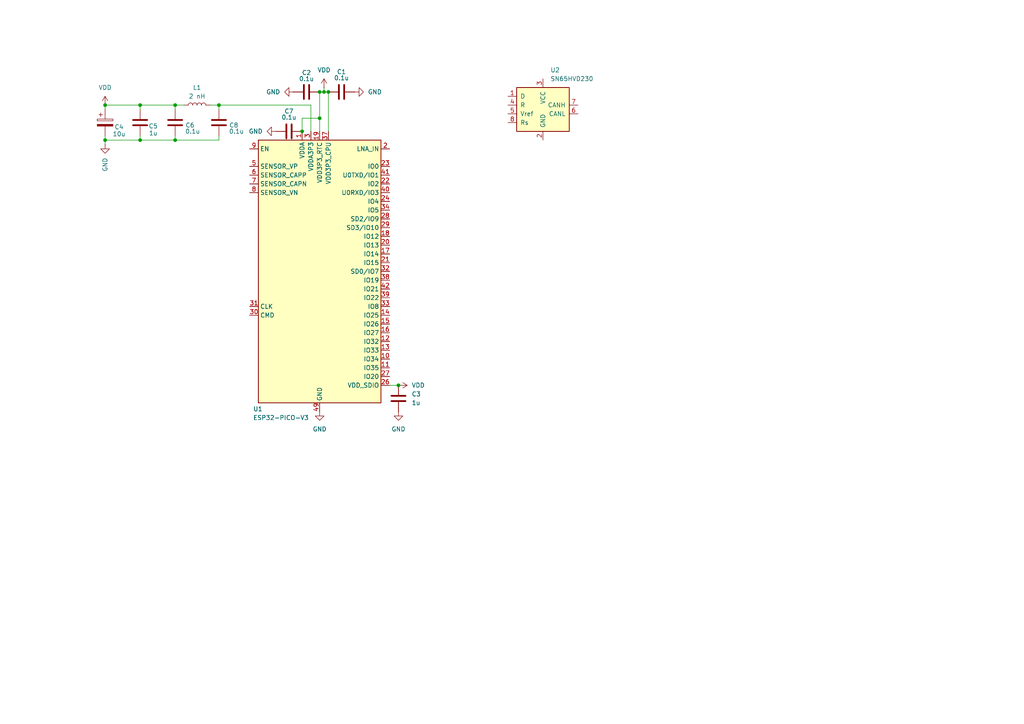
<source format=kicad_sch>
(kicad_sch (version 20250114) (generator "eeschema") (generator_version "9.0")
  (paper "A4")
  (lib_symbols
    (symbol "Device:C" (pin_numbers (hide yes)) (pin_names (offset 0.254))
      (property "Reference" "C" (at 0.635 2.54 0))
      (property "Value" "C" (at 0.635 -2.54 0))
      (symbol "C_0_1"
        (polyline (pts (xy -2.032 0.762) (xy 2.032 0.762)) (stroke (width 0.508)))
        (polyline (pts (xy -2.032 -0.762) (xy 2.032 -0.762)) (stroke (width 0.508)))
      )
      (symbol "C_1_1"
        (pin passive line (at 0 3.81 270) (length 2.794) (name "~") (number "1"))
        (pin passive line (at 0 -3.81 90) (length 2.794) (name "~") (number "2"))
      )
    )
    (symbol "Device:C_Polarized" (pin_numbers (hide yes)) (pin_names (offset 0.254))
      (property "Reference" "C" (at 0.635 2.54 0))
      (property "Value" "C_Polarized" (at 0.635 -2.54 0))
      (symbol "C_Polarized_0_1"
        (rectangle (start -2.286 0.508) (end 2.286 1.016))
        (polyline (pts (xy -1.778 2.286) (xy -0.762 2.286)))
        (polyline (pts (xy -1.27 2.794) (xy -1.27 1.778)))
        (rectangle (start 2.286 -0.508) (end -2.286 -1.016) (fill (type outline)))
      )
      (symbol "C_Polarized_1_1"
        (pin passive line (at 0 3.81 270) (length 2.794) (name "~") (number "1"))
        (pin passive line (at 0 -3.81 90) (length 2.794) (name "~") (number "2"))
      )
    )
    (symbol "Device:L" (pin_numbers (hide yes)) (pin_names (offset 1.016) (hide yes))
      (property "Reference" "L" (at -1.27 0 90))
      (property "Value" "L" (at 1.905 0 90))
      (symbol "L_0_1"
        (arc (start 0 2.54) (mid 0.6323 1.905) (end 0 1.27))
        (arc (start 0 1.27) (mid 0.6323 0.635) (end 0 0))
        (arc (start 0 0) (mid 0.6323 -0.635) (end 0 -1.27))
        (arc (start 0 -1.27) (mid 0.6323 -1.905) (end 0 -2.54))
      )
      (symbol "L_1_1"
        (pin passive line (at 0 3.81 270) (length 1.27) (name "1") (number "1"))
        (pin passive line (at 0 -3.81 90) (length 1.27) (name "2") (number "2"))
      )
    )
    (symbol "Interface_CAN_LIN:SN65HVD230" (pin_names (offset 1.016))
      (property "Reference" "U" (at -2.54 10.16 0))
      (property "Value" "SN65HVD230" (at -2.54 7.62 0))
      (symbol "SN65HVD230_0_1"
        (rectangle (start -7.62 5.08) (end 7.62 -7.62) (stroke (width 0.254)) (fill (type background)))
      )
      (symbol "SN65HVD230_1_1"
        (pin input line (at -10.16 2.54 0) (length 2.54) (name "D") (number "1"))
        (pin output line (at -10.16 0 0) (length 2.54) (name "R") (number "4"))
        (pin output line (at -10.16 -2.54 0) (length 2.54) (name "Vref") (number "5"))
        (pin input line (at -10.16 -5.08 0) (length 2.54) (name "Rs") (number "8"))
        (pin power_in line (at 0 7.62 270) (length 2.54) (name "VCC") (number "3"))
        (pin power_in line (at 0 -10.16 90) (length 2.54) (name "GND") (number "2"))
        (pin bidirectional line (at 10.16 0 180) (length 2.54) (name "CANH") (number "7"))
        (pin bidirectional line (at 10.16 -2.54 180) (length 2.54) (name "CANL") (number "6"))
      )
    )
    (symbol "MCU_Espressif:ESP32-PICO-V3"
      (property "Reference" "U" (at -17.78 39.37 0))
      (property "Value" "ESP32-PICO-V3" (at 3.81 39.37 0))
      (symbol "ESP32-PICO-V3_0_0"
        (pin input line (at -20.32 35.56 0) (length 2.54) (name "EN") (number "9"))
        (pin input line (at -20.32 30.48 0) (length 2.54) (name "SENSOR_VP") (number "5"))
        (pin input line (at -20.32 27.94 0) (length 2.54) (name "SENSOR_CAPP") (number "6"))
        (pin input line (at -20.32 25.4 0) (length 2.54) (name "SENSOR_CAPN") (number "7"))
        (pin input line (at -20.32 22.86 0) (length 2.54) (name "SENSOR_VN") (number "8"))
        (pin bidirectional line (at -20.32 -10.16 0) (length 2.54) (name "CLK") (number "31"))
        (pin bidirectional line (at -20.32 -12.7 0) (length 2.54) (name "CMD") (number "30"))
        (pin no_connect line (at -17.78 -25.4 0) (length 2.54) (hide yes) (name "XTAL_N_NC") (number "44"))
        (pin no_connect line (at -17.78 -27.94 0) (length 2.54) (hide yes) (name "XTAL_P_NC") (number "45"))
        (pin no_connect line (at -17.78 -30.48 0) (length 2.54) (hide yes) (name "CAP2_NC") (number "47"))
        (pin no_connect line (at -17.78 -33.02 0) (length 2.54) (hide yes) (name "CAP1_NC") (number "48"))
        (pin power_in line (at -5.08 40.64 270) (length 2.54) (name "VDDA") (number "1"))
        (pin passive line (at -5.08 40.64 270) (length 2.54) (hide yes) (name "VDDA") (number "43"))
        (pin passive line (at -5.08 40.64 270) (length 2.54) (hide yes) (name "VDDA") (number "46"))
        (pin power_in line (at -2.54 40.64 270) (length 2.54) (name "VDDA3P3") (number "3"))
        (pin passive line (at -2.54 40.64 270) (length 2.54) (hide yes) (name "VDDA3P3") (number "4"))
        (pin power_in line (at 0 40.64 270) (length 2.54) (name "VDD3P3_RTC") (number "19"))
        (pin power_in line (at 0 -40.64 90) (length 2.54) (name "GND") (number "49"))
        (pin power_in line (at 2.54 40.64 270) (length 2.54) (name "VDD3P3_CPU") (number "37"))
        (pin bidirectional line (at 20.32 35.56 180) (length 2.54) (name "LNA_IN") (number "2"))
        (pin bidirectional line (at 20.32 30.48 180) (length 2.54) (name "IO0") (number "23"))
        (pin bidirectional line (at 20.32 27.94 180) (length 2.54) (name "U0TXD/IO1") (number "41"))
        (pin bidirectional line (at 20.32 25.4 180) (length 2.54) (name "IO2") (number "22"))
        (pin bidirectional line (at 20.32 22.86 180) (length 2.54) (name "U0RXD/IO3") (number "40"))
        (pin bidirectional line (at 20.32 20.32 180) (length 2.54) (name "IO4") (number "24"))
        (pin bidirectional line (at 20.32 17.78 180) (length 2.54) (name "IO5") (number "34"))
        (pin bidirectional line (at 20.32 15.24 180) (length 2.54) (name "SD2/IO9") (number "28"))
        (pin bidirectional line (at 20.32 12.7 180) (length 2.54) (name "SD3/IO10") (number "29"))
        (pin bidirectional line (at 20.32 10.16 180) (length 2.54) (name "IO12") (number "18"))
        (pin bidirectional line (at 20.32 7.62 180) (length 2.54) (name "IO13") (number "20"))
        (pin bidirectional line (at 20.32 5.08 180) (length 2.54) (name "IO14") (number "17"))
        (pin bidirectional line (at 20.32 2.54 180) (length 2.54) (name "IO15") (number "21"))
        (pin bidirectional line (at 20.32 -2.54 180) (length 2.54) (name "IO19") (number "38"))
        (pin bidirectional line (at 20.32 -5.08 180) (length 2.54) (name "IO21") (number "42"))
        (pin bidirectional line (at 20.32 -7.62 180) (length 2.54) (name "IO22") (number "39"))
        (pin bidirectional line (at 20.32 -12.7 180) (length 2.54) (name "IO25") (number "14"))
        (pin bidirectional line (at 20.32 -15.24 180) (length 2.54) (name "IO26") (number "15"))
        (pin bidirectional line (at 20.32 -17.78 180) (length 2.54) (name "IO27") (number "16"))
        (pin bidirectional line (at 20.32 -20.32 180) (length 2.54) (name "IO32") (number "12"))
        (pin bidirectional line (at 20.32 -22.86 180) (length 2.54) (name "IO33") (number "13"))
        (pin input line (at 20.32 -25.4 180) (length 2.54) (name "IO34") (number "10"))
        (pin input line (at 20.32 -27.94 180) (length 2.54) (name "IO35") (number "11"))
        (pin power_out line (at 20.32 -33.02 180) (length 2.54) (name "VDD_SDIO") (number "26"))
      )
      (symbol "ESP32-PICO-V3_0_1"
        (rectangle (start -17.78 38.1) (end 17.78 -38.1) (stroke (width 0.254)) (fill (type background)))
      )
      (symbol "ESP32-PICO-V3_1_0"
        (pin no_connect line (at -17.78 17.78 0) (length 2.54) (hide yes) (name "NC") (number "25"))
        (pin no_connect line (at -17.78 15.24 0) (length 2.54) (hide yes) (name "NC") (number "35"))
        (pin no_connect line (at -17.78 12.7 0) (length 2.54) (hide yes) (name "NC") (number "36"))
        (pin bidirectional line (at 20.32 0 180) (length 2.54) (name "SD0/IO7") (number "32"))
        (pin bidirectional line (at 20.32 -10.16 180) (length 2.54) (name "IO8") (number "33"))
        (pin bidirectional line (at 20.32 -30.48 180) (length 2.54) (name "IO20") (number "27"))
      )
    )
    (symbol "power:GND" (power) (pin_numbers (hide yes)) (pin_names (offset 0) (hide yes))
      (property "Value" "GND" (at 0 -3.81 0))
      (symbol "GND_0_1"
        (polyline (pts (xy 0 0) (xy 0 -1.27) (xy 1.27 -1.27) (xy 0 -2.54) (xy -1.27 -1.27) (xy 0 -1.27)))
      )
      (symbol "GND_1_1"
        (pin power_in line (at 0 0 270) (length 0) (name "~") (number "1"))
      )
    )
    (symbol "power:VDD" (power) (pin_numbers (hide yes)) (pin_names (offset 0) (hide yes))
      (property "Value" "VDD" (at 0 3.556 0))
      (symbol "VDD_0_1"
        (polyline (pts (xy -0.762 1.27) (xy 0 2.54)))
        (polyline (pts (xy 0 2.54) (xy 0.762 1.27)))
        (polyline (pts (xy 0 0) (xy 0 2.54)))
      )
      (symbol "VDD_1_1"
        (pin power_in line (at 0 0 90) (length 0) (name "~") (number "1"))
      )
    )
  )
  (junction (at 93.98 26.67))
  (junction (at 87.63 38.1))
  (junction (at 92.71 26.67))
  (junction (at 40.64 40.64))
  (junction (at 30.48 30.48))
  (junction (at 63.5 30.48))
  (junction (at 30.48 40.64))
  (junction (at 50.8 40.64))
  (junction (at 115.57 111.76))
  (junction (at 50.8 30.48))
  (junction (at 40.64 30.48))
  (junction (at 95.25 26.67))
  (junction (at 92.71 34.29))
  (wire (pts (xy 92.71 26.67) (xy 93.98 26.67)))
  (wire (pts (xy 50.8 30.48) (xy 50.8 31.75)))
  (wire (pts (xy 40.64 40.64) (xy 40.64 39.37)))
  (wire (pts (xy 113.03 111.76) (xy 115.57 111.76)))
  (wire (pts (xy 95.25 26.67) (xy 95.25 38.1)))
  (wire (pts (xy 50.8 40.64) (xy 63.5 40.64)))
  (wire (pts (xy 63.5 30.48) (xy 60.96 30.48)))
  (wire (pts (xy 40.64 40.64) (xy 50.8 40.64)))
  (wire (pts (xy 93.98 25.4) (xy 93.98 26.67)))
  (wire (pts (xy 50.8 40.64) (xy 50.8 39.37)))
  (wire (pts (xy 92.71 34.29) (xy 92.71 38.1)))
  (wire (pts (xy 30.48 30.48) (xy 30.48 31.75)))
  (wire (pts (xy 53.34 30.48) (xy 50.8 30.48)))
  (wire (pts (xy 92.71 26.67) (xy 92.71 34.29)))
  (wire (pts (xy 87.63 38.1) (xy 87.63 34.29)))
  (wire (pts (xy 63.5 39.37) (xy 63.5 40.64)))
  (wire (pts (xy 30.48 40.64) (xy 40.64 40.64)))
  (wire (pts (xy 40.64 30.48) (xy 30.48 30.48)))
  (wire (pts (xy 30.48 41.91) (xy 30.48 40.64)))
  (wire (pts (xy 90.17 30.48) (xy 63.5 30.48)))
  (wire (pts (xy 50.8 30.48) (xy 40.64 30.48)))
  (wire (pts (xy 87.63 34.29) (xy 92.71 34.29)))
  (wire (pts (xy 93.98 26.67) (xy 95.25 26.67)))
  (wire (pts (xy 63.5 30.48) (xy 63.5 31.75)))
  (wire (pts (xy 30.48 40.64) (xy 30.48 39.37)))
  (wire (pts (xy 40.64 30.48) (xy 40.64 31.75)))
  (wire (pts (xy 90.17 30.48) (xy 90.17 38.1)))
  (symbol (lib_id "Device:C_Polarized") (at 30.48 35.56 0) (unit 1)
    (property "Reference" "C4" (at 34.544 36.83 0))
    (property "Value" "10u" (at 34.544 38.862 0))
    (property "Description" "Polarized capacitor" (effects (hide yes)))
  )
  (symbol (lib_id "Device:C") (at 40.64 35.56 0) (unit 1)
    (property "Reference" "C5" (at 44.45 36.576 0))
    (property "Value" "1u" (at 44.45 38.608 0))
    (property "Description" "Unpolarized capacitor" (effects (hide yes)))
  )
  (symbol (lib_id "power:VDD") (at 93.98 25.4 0) (unit 1)
    (property "Reference" "#PWR02" (effects (hide yes)))
    (property "Value" "VDD" (at 93.98 20.32 0))
    (property "Description" "Power symbol creates a global label with name \"VDD\"" (effects (hide yes)))
  )
  (symbol (lib_id "MCU_Espressif:ESP32-PICO-V3") (at 92.71 78.74 0) (unit 1)
    (property "Reference" "U1" (at 73.406 118.618 0) (effects (justify left)))
    (property "Value" "ESP32-PICO-V3" (at 73.406 121.158 0) (effects (justify left)))
    (property "Footprint" "Package_DFN_QFN:QFN-48-1EP_7x7mm_P0.5mm_EP5.3x5.3mm" (effects (hide yes)))
    (property "Datasheet" "https://www.espressif.com/sites/default/files/documentation/esp32-pico_series_datasheet_en.pdf" (effects (hide yes)))
    (property "Description" "RF Module, ESP32 SoC, 4MB In-Package flash, Wi-Fi 802.11b/g/n, Bluetooth, BLE, 32-bit, 3.0-3.6V, external antenna, QFN-48" (effects (hide yes)))
  )
  (symbol (lib_id "Device:C") (at 63.5 35.56 0) (unit 1)
    (property "Reference" "C8" (at 67.818 36.322 0))
    (property "Value" "0.1u" (at 68.58 38.1 0))
    (property "Description" "Unpolarized capacitor" (effects (hide yes)))
  )
  (symbol (lib_id "Device:C") (at 115.57 115.57 0) (unit 1)
    (property "Reference" "C3" (at 119.38 114.2999 0) (effects (justify left)))
    (property "Value" "1u" (at 119.38 116.8399 0) (effects (justify left)))
    (property "Description" "Unpolarized capacitor" (effects (hide yes)))
  )
  (symbol (lib_id "Device:L") (at 57.15 30.48 90) (unit 1)
    (property "Reference" "L1" (at 57.15 25.4 90))
    (property "Value" "2 nH" (at 57.15 27.94 90))
    (property "Description" "Inductor" (effects (hide yes)))
  )
  (symbol (lib_id "Interface_CAN_LIN:SN65HVD230") (at 157.48 30.48 0) (unit 1)
    (property "Reference" "U2" (at 159.6233 20.32 0) (effects (justify left)))
    (property "Value" "SN65HVD230" (at 159.6233 22.86 0) (effects (justify left)))
    (property "Footprint" "Package_SO:SOIC-8_3.9x4.9mm_P1.27mm" (effects (hide yes)))
    (property "Datasheet" "http://www.ti.com/lit/ds/symlink/sn65hvd230.pdf" (effects (hide yes)))
    (property "Description" "CAN Bus Transceivers, 3.3V, 1Mbps, Low-Power capabilities, SOIC-8" (effects (hide yes)))
  )
  (symbol (lib_id "power:GND") (at 115.57 119.38 0) (unit 1)
    (property "Reference" "#PWR06" (effects (hide yes)))
    (property "Value" "GND" (at 115.57 124.46 0))
    (property "Description" "Power symbol creates a global label with name \"GND\" , ground" (effects (hide yes)))
  )
  (symbol (lib_id "power:GND") (at 85.09 26.67 270) (unit 1)
    (property "Reference" "#PWR04" (effects (hide yes)))
    (property "Value" "GND" (at 81.28 26.6701 90) (effects (justify right)))
    (property "Description" "Power symbol creates a global label with name \"GND\" , ground" (effects (hide yes)))
  )
  (symbol (lib_id "power:GND") (at 102.87 26.67 90) (unit 1)
    (property "Reference" "#PWR03" (effects (hide yes)))
    (property "Value" "GND" (at 106.68 26.6699 90) (effects (justify right)))
    (property "Description" "Power symbol creates a global label with name \"GND\" , ground" (effects (hide yes)))
  )
  (symbol (lib_id "Device:C") (at 50.8 35.56 0) (unit 1)
    (property "Reference" "C6" (at 55.118 36.322 0))
    (property "Value" "0.1u" (at 55.88 38.1 0))
    (property "Description" "Unpolarized capacitor" (effects (hide yes)))
  )
  (symbol (lib_id "power:GND") (at 80.01 38.1 270) (unit 1)
    (property "Reference" "#PWR08" (effects (hide yes)))
    (property "Value" "GND" (at 76.2 38.1001 90) (effects (justify right)))
    (property "Description" "Power symbol creates a global label with name \"GND\" , ground" (effects (hide yes)))
  )
  (symbol (lib_id "Device:C") (at 83.82 38.1 90) (unit 1)
    (property "Reference" "C7" (at 83.82 32.258 90))
    (property "Value" "0.1u" (at 83.82 34.036 90))
    (property "Description" "Unpolarized capacitor" (effects (hide yes)))
  )
  (symbol (lib_id "power:VDD") (at 30.48 30.48 0) (unit 1)
    (property "Reference" "#PWR09" (effects (hide yes)))
    (property "Value" "VDD" (at 30.48 25.4 0))
    (property "Description" "Power symbol creates a global label with name \"VDD\"" (effects (hide yes)))
  )
  (symbol (lib_id "Device:C") (at 88.9 26.67 270) (unit 1)
    (property "Reference" "C2" (at 88.9 21.082 90))
    (property "Value" "0.1u" (at 88.9 22.86 90))
    (property "Description" "Unpolarized capacitor" (effects (hide yes)))
  )
  (symbol (lib_id "power:GND") (at 92.71 119.38 0) (unit 1)
    (property "Reference" "#PWR01" (effects (hide yes)))
    (property "Value" "GND" (at 92.71 124.46 0))
    (property "Description" "Power symbol creates a global label with name \"GND\" , ground" (effects (hide yes)))
  )
  (symbol (lib_id "power:VDD") (at 115.57 111.76 270) (unit 1)
    (property "Reference" "#PWR05" (effects (hide yes)))
    (property "Value" "VDD" (at 119.38 111.7599 90) (effects (justify left)))
    (property "Description" "Power symbol creates a global label with name \"VDD\"" (effects (hide yes)))
  )
  (symbol (lib_id "Device:C") (at 99.06 26.67 90) (unit 1)
    (property "Reference" "C1" (at 99.06 20.828 90))
    (property "Value" "0.1u" (at 99.06 22.606 90))
    (property "Description" "Unpolarized capacitor" (effects (hide yes)))
  )
  (symbol (lib_id "power:GND") (at 30.48 41.91 0) (unit 1)
    (property "Reference" "#PWR07" (effects (hide yes)))
    (property "Value" "GND" (at 30.4801 45.72 90) (effects (justify right)))
    (property "Description" "Power symbol creates a global label with name \"GND\" , ground" (effects (hide yes)))
  )
)
</source>
